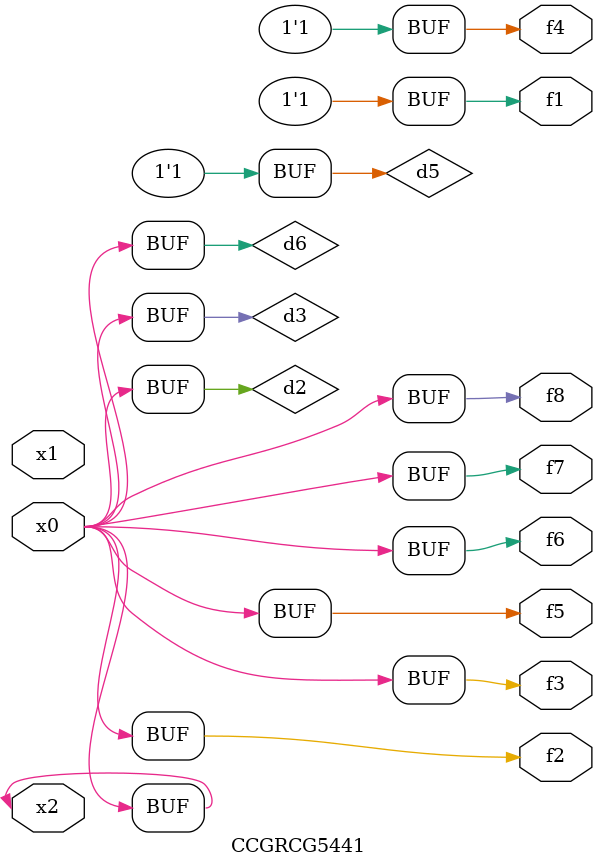
<source format=v>
module CCGRCG5441(
	input x0, x1, x2,
	output f1, f2, f3, f4, f5, f6, f7, f8
);

	wire d1, d2, d3, d4, d5, d6;

	xnor (d1, x2);
	buf (d2, x0, x2);
	and (d3, x0);
	xnor (d4, x1, x2);
	nand (d5, d1, d3);
	buf (d6, d2, d3);
	assign f1 = d5;
	assign f2 = d6;
	assign f3 = d6;
	assign f4 = d5;
	assign f5 = d6;
	assign f6 = d6;
	assign f7 = d6;
	assign f8 = d6;
endmodule

</source>
